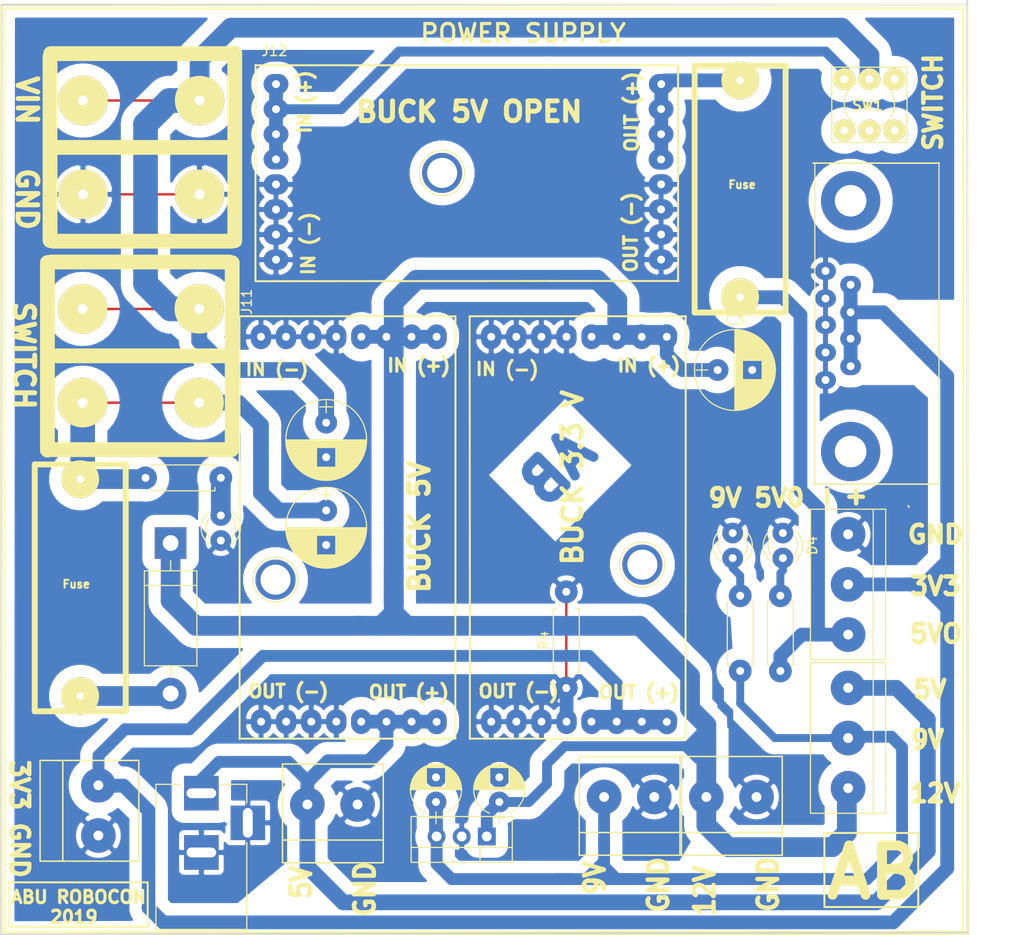
<source format=kicad_pcb>
(kicad_pcb (version 20171130) (host pcbnew "(5.0.2)-1")
  (layers (0 F.Cu signal) (31 B.Cu signal) (34 B.Paste user) (35 F.Paste user) (36 B.SilkS user) (37 F.SilkS user) (38 B.Mask user) (39 F.Mask user) (44 Edge.Cuts user))
  (net 0 "")
  (net 1 /closed)
  (net 2 GND)
  (net 3 /9v)
  (net 4 /open)
  (net 5 "Net-(C5-Pad1)")
  (net 6 "Net-(D1-Pad2)")
  (net 7 "Net-(D2-Pad2)")
  (net 8 "Net-(D3-Pad2)")
  (net 9 "Net-(D4-Pad2)")
  (net 10 /5vo)
  (net 11 "Net-(F2-Pad2)")
  (net 12 /5v)
  (net 13 /3v3)
  (net 14 "Net-(J12-Pad1)")
  (module modFiles:Connector_Bornier_3 (layer F.Cu) (at 152.4 97.409 90)
    (fp_text reference J2 hide)
    (fp_text value Conn_01x03)
    (pad 1 thru_hole circle (at 0 0 90) (size 3.5 3.5) (drill 1) (layers *.Cu *.Mask) (net 10 /5vo))
    (pad 2 thru_hole circle (at 5.08 0 90) (size 3.5 3.5) (drill 1) (layers *.Cu *.Mask) (net 13 /3v3))
    (pad 3 thru_hole circle (at 10.16 0 90) (size 3.5 3.5) (drill 1) (layers *.Cu *.Mask) (net 2 GND))
  )
  (module modFiles:Resistor_small (layer F.Cu) (at 123.87072 101.82352 90)
    (fp_text reference R4 (at 3.81 -2.31 90) (layer F.SilkS))
    (fp_text value R)
    (pad 1 thru_hole circle (at -1 0 90) (size 2.3 2.3) (drill 0.8) (layers *.Cu *.Mask) (net 2 GND))
    (pad 2 thru_hole circle (at 8.75 0 90) (size 2.3 2.3) (drill 0.8) (layers *.Cu *.Mask) (net 2 GND))
  )
  (module modFiles:Capacitor_10uF (layer F.Cu) (at 117.094 114.3635 90)
    (fp_text reference C1 hide)
    (fp_text value CP)
    (pad 1 thru_hole circle (at 0 0 90) (size 2.1 2.1) (drill 0.8) (layers *.Cu *.Mask) (net 1 /closed))
    (pad 2 thru_hole circle (at 2.5 0 90) (size 2.1 2.1) (drill 0.8) (layers *.Cu *.Mask) (net 2 GND))
  )
  (module modFiles:Capacitor_10uF (layer F.Cu) (at 110.6805 114.3635 90)
    (fp_text reference C2 hide)
    (fp_text value CP)
    (pad 1 thru_hole circle (at 0 0 90) (size 2.1 2.1) (drill 0.8) (layers *.Cu *.Mask) (net 3 /9v))
    (pad 2 thru_hole circle (at 2.5 0 90) (size 2.1 2.1) (drill 0.8) (layers *.Cu *.Mask) (net 2 GND))
  )
  (module modFiles:Capacitor_100uF (layer F.Cu) (at 99.568 75.946 270)
    (fp_text reference C4 hide)
    (fp_text value CP)
    (pad 1 thru_hole circle (at 0 0 270) (size 2.2 2.2) (drill 0.8) (layers *.Cu *.Mask) (net 4 /open))
    (pad 2 thru_hole circle (at 3.5 0 270) (size 2.2 2.2) (drill 0.8) (layers *.Cu *.Mask) (net 2 GND))
  )
  (module modFiles:Capacitor_100uF (layer F.Cu) (at 99.568 84.836 270)
    (fp_text reference C5 hide)
    (fp_text value CP)
    (pad 1 thru_hole circle (at 0 0 270) (size 2.2 2.2) (drill 0.8) (layers *.Cu *.Mask) (net 5 "Net-(C5-Pad1)"))
    (pad 2 thru_hole circle (at 3.5 0 270) (size 2.2 2.2) (drill 0.8) (layers *.Cu *.Mask) (net 2 GND))
  )
  (module modFiles:LED_D3.0mm (layer F.Cu) (at 140.716 87.122 270)
    (fp_text reference D1 hide)
    (fp_text value LED)
    (pad 1 thru_hole circle (at 0 0 270) (size 2.1 2.1) (drill 0.8) (layers *.Cu *.Mask) (net 2 GND))
    (pad 2 thru_hole circle (at 2.54 0 270) (size 2.1 2.1) (drill 0.8) (layers *.Cu *.Mask) (net 6 "Net-(D1-Pad2)"))
  )
  (module modFiles:LED_D3.0mm (layer F.Cu) (at 88.9 87.884 90)
    (fp_text reference D2 hide)
    (fp_text value LED)
    (pad 1 thru_hole circle (at 0 0 90) (size 2.1 2.1) (drill 0.8) (layers *.Cu *.Mask) (net 2 GND))
    (pad 2 thru_hole circle (at 2.54 0 90) (size 2.1 2.1) (drill 0.8) (layers *.Cu *.Mask) (net 7 "Net-(D2-Pad2)"))
  )
  (module modFiles:Diode_Medium (layer F.Cu) (at 83.82 88.138 270)
    (fp_text reference D3 hide)
    (fp_text value D)
    (pad 1 thru_hole rect (at 0 0 270) (size 3.2 3.2) (drill 1.6) (layers *.Cu *.Mask) (net 1 /closed))
    (pad 2 thru_hole oval (at 15.24 0 270) (size 3.2 3.2) (drill 1.6) (layers *.Cu *.Mask) (net 8 "Net-(D3-Pad2)"))
  )
  (module modFiles:LED_D3.0mm (layer F.Cu) (at 145.796 87.122 270)
    (fp_text reference D4 (at 1.27 -2.96 270) (layer F.SilkS))
    (fp_text value LED)
    (pad 1 thru_hole circle (at 0 0 270) (size 2.1 2.1) (drill 0.8) (layers *.Cu *.Mask) (net 2 GND))
    (pad 2 thru_hole circle (at 2.54 0 270) (size 2.1 2.1) (drill 0.8) (layers *.Cu *.Mask) (net 9 "Net-(D4-Pad2)"))
  )
  (module modFiles:Fuse_Holder (layer F.Cu) (at 74.168 92.456 270)
    (fp_text reference F1 hide)
    (fp_text value Fuse (at -0.154 -0.098) (layer F.SilkS) (effects (font (size 0.8 0.8) (thickness 0.2))))
    (pad 1 thru_hole circle (at 11.176 -0.508) (size 3.81 3.81) (drill 0.762) (layers *.Cu *.Mask F.SilkS) (net 8 "Net-(D3-Pad2)"))
    (pad 2 thru_hole circle (at -10.795 -0.508) (size 3.81 3.81) (drill 0.762) (layers *.Cu *.Mask F.SilkS) (net 5 "Net-(C5-Pad1)"))
  )
  (module modFiles:Fuse_Holder (layer F.Cu) (at 140.97 52.07 270)
    (fp_text reference F2 hide)
    (fp_text value Fuse (at -0.23368 -0.69596) (layer F.SilkS) (effects (font (size 0.8 0.8) (thickness 0.2))))
    (pad 1 thru_hole circle (at 11.176 -0.508) (size 3.81 3.81) (drill 0.762) (layers *.Cu *.Mask F.SilkS) (net 10 /5vo))
    (pad 2 thru_hole circle (at -10.795 -0.508) (size 3.81 3.81) (drill 0.762) (layers *.Cu *.Mask F.SilkS) (net 11 "Net-(F2-Pad2)"))
  )
  (module modFiles:Connector_Bornier_3 (layer F.Cu) (at 152.4 112.9665 90)
    (fp_text reference J1 hide)
    (fp_text value Conn_01x03)
    (pad 1 thru_hole circle (at 0 0 90) (size 3.5 3.5) (drill 1) (layers *.Cu *.Mask) (net 1 /closed))
    (pad 2 thru_hole circle (at 5.08 0 90) (size 3.5 3.5) (drill 1) (layers *.Cu *.Mask) (net 3 /9v))
    (pad 3 thru_hole circle (at 10.16 0 90) (size 3.5 3.5) (drill 1) (layers *.Cu *.Mask) (net 12 /5v))
  )
  (module modFiles:Buck_Regulator (layer F.Cu) (at 134.0485 67.2465 270)
    (fp_text reference J3 hide)
    (fp_text value Conn_02x02_Odd_Even hide)
    (fp_text user "OUT (-)" (at 35.9 15) (layer F.SilkS) (effects (font (size 1.3 1.3) (thickness 0.325))))
    (fp_text user "OUT (+)" (at 36 2.8) (layer F.SilkS) (effects (font (size 1.3 1.3) (thickness 0.325))))
    (fp_text user "IN (-)" (at 3.275 16.15) (layer F.SilkS) (effects (font (size 1.3 1.3) (thickness 0.3))))
    (fp_text user "IN (+)" (at 2.9 1.8) (layer F.SilkS) (effects (font (size 1.3 1.3) (thickness 0.325))))
    (pad 4 thru_hole oval (at 38.98 7.63 270) (size 2.5 2.05) (drill 0.8) (layers *.Cu *.Mask) (net 13 /3v3))
    (pad 1 thru_hole oval (at 0 0 270) (size 2.5 2.05) (drill 0.8) (layers *.Cu *.Mask) (net 1 /closed))
    (pad 1 thru_hole oval (at 0 2.54 270) (size 2.5 2.05) (drill 0.8) (layers *.Cu *.Mask) (net 1 /closed))
    (pad 1 thru_hole oval (at 0 5.08 270) (size 2.5 2.05) (drill 0.8) (layers *.Cu *.Mask) (net 1 /closed))
    (pad 1 thru_hole oval (at 0 7.62 270) (size 2.5 2.05) (drill 0.8) (layers *.Cu *.Mask) (net 1 /closed))
    (pad 2 thru_hole oval (at 0 10.16 270) (size 2.5 2.05) (drill 0.8) (layers *.Cu *.Mask) (net 2 GND))
    (pad 2 thru_hole oval (at 0 12.7 270) (size 2.5 2.05) (drill 0.8) (layers *.Cu *.Mask) (net 2 GND))
    (pad 2 thru_hole oval (at 0 15.24 270) (size 2.5 2.05) (drill 0.8) (layers *.Cu *.Mask) (net 2 GND))
    (pad 2 thru_hole oval (at 0 17.78 270) (size 2.5 2.05) (drill 0.8) (layers *.Cu *.Mask) (net 2 GND))
    (pad 4 thru_hole oval (at 39 0 270) (size 2.5 2.05) (drill 0.8) (layers *.Cu *.Mask) (net 13 /3v3))
    (pad 4 thru_hole oval (at 38.98 2.53 270) (size 2.5 2.05) (drill 0.8) (layers *.Cu *.Mask) (net 13 /3v3))
    (pad 4 thru_hole oval (at 38.98 5.07 270) (size 2.5 2.05) (drill 0.8) (layers *.Cu *.Mask) (net 13 /3v3))
    (pad 3 thru_hole oval (at 38.98 10.15 270) (size 2.5 2.05) (drill 0.8) (layers *.Cu *.Mask) (net 2 GND))
    (pad 3 thru_hole oval (at 38.98 12.69 270) (size 2.5 2.05) (drill 0.8) (layers *.Cu *.Mask) (net 2 GND))
    (pad 3 thru_hole oval (at 38.98 15.23 270) (size 2.5 2.05) (drill 0.8) (layers *.Cu *.Mask) (net 2 GND))
    (pad 3 thru_hole oval (at 38.98 17.77 270) (size 2.5 2.05) (drill 0.8) (layers *.Cu *.Mask) (net 2 GND))
  )
  (module modFiles:Connector_Bornier_2 (layer F.Cu) (at 132.7785 113.8555 180)
    (fp_text reference J4 hide)
    (fp_text value Conn_01x02)
    (pad 1 thru_hole circle (at 0 0 180) (size 3.5 3.5) (drill 1) (layers *.Cu *.Mask) (net 2 GND))
    (pad 2 thru_hole circle (at 5.08 0 180) (size 3.5 3.5) (drill 1) (layers *.Cu *.Mask) (net 3 /9v))
  )
  (module modFiles:Connector_Bornier_2 (layer F.Cu) (at 102.743 114.6175 180)
    (fp_text reference J5 hide)
    (fp_text value Conn_01x02)
    (pad 1 thru_hole circle (at 0 0 180) (size 3.5 3.5) (drill 1) (layers *.Cu *.Mask) (net 2 GND))
    (pad 2 thru_hole circle (at 5.08 0 180) (size 3.5 3.5) (drill 1) (layers *.Cu *.Mask) (net 12 /5v))
  )
  (module modFiles:Connector_Bornier_2 (layer F.Cu) (at 143.129 113.8555 180)
    (fp_text reference J6 hide)
    (fp_text value Conn_01x02)
    (pad 1 thru_hole circle (at 0 0 180) (size 3.5 3.5) (drill 1) (layers *.Cu *.Mask) (net 2 GND))
    (pad 2 thru_hole circle (at 5.08 0 180) (size 3.5 3.5) (drill 1) (layers *.Cu *.Mask) (net 1 /closed))
  )
  (module modFiles:Buck_Regulator (layer F.Cu) (at 110.744 67.2465 270)
    (fp_text reference J7 hide)
    (fp_text value Conn_02x02_Odd_Even hide)
    (fp_text user "OUT (-)" (at 35.9 15) (layer F.SilkS) (effects (font (size 1.3 1.3) (thickness 0.325))))
    (fp_text user "OUT (+)" (at 36 2.8) (layer F.SilkS) (effects (font (size 1.3 1.3) (thickness 0.325))))
    (fp_text user "IN (-)" (at 3.275 16.15) (layer F.SilkS) (effects (font (size 1.3 1.3) (thickness 0.3))))
    (fp_text user "IN (+)" (at 2.9 1.8) (layer F.SilkS) (effects (font (size 1.3 1.3) (thickness 0.325))))
    (pad 4 thru_hole oval (at 38.98 7.63 270) (size 2.5 2.05) (drill 0.8) (layers *.Cu *.Mask) (net 12 /5v))
    (pad 1 thru_hole oval (at 0 0 270) (size 2.5 2.05) (drill 0.8) (layers *.Cu *.Mask) (net 1 /closed))
    (pad 1 thru_hole oval (at 0 2.54 270) (size 2.5 2.05) (drill 0.8) (layers *.Cu *.Mask) (net 1 /closed))
    (pad 1 thru_hole oval (at 0 5.08 270) (size 2.5 2.05) (drill 0.8) (layers *.Cu *.Mask) (net 1 /closed))
    (pad 1 thru_hole oval (at 0 7.62 270) (size 2.5 2.05) (drill 0.8) (layers *.Cu *.Mask) (net 1 /closed))
    (pad 2 thru_hole oval (at 0 10.16 270) (size 2.5 2.05) (drill 0.8) (layers *.Cu *.Mask) (net 2 GND))
    (pad 2 thru_hole oval (at 0 12.7 270) (size 2.5 2.05) (drill 0.8) (layers *.Cu *.Mask) (net 2 GND))
    (pad 2 thru_hole oval (at 0 15.24 270) (size 2.5 2.05) (drill 0.8) (layers *.Cu *.Mask) (net 2 GND))
    (pad 2 thru_hole oval (at 0 17.78 270) (size 2.5 2.05) (drill 0.8) (layers *.Cu *.Mask) (net 2 GND))
    (pad 4 thru_hole oval (at 39 0 270) (size 2.5 2.05) (drill 0.8) (layers *.Cu *.Mask) (net 12 /5v))
    (pad 4 thru_hole oval (at 38.98 2.53 270) (size 2.5 2.05) (drill 0.8) (layers *.Cu *.Mask) (net 12 /5v))
    (pad 4 thru_hole oval (at 38.98 5.07 270) (size 2.5 2.05) (drill 0.8) (layers *.Cu *.Mask) (net 12 /5v))
    (pad 3 thru_hole oval (at 38.98 10.15 270) (size 2.5 2.05) (drill 0.8) (layers *.Cu *.Mask) (net 2 GND))
    (pad 3 thru_hole oval (at 38.98 12.69 270) (size 2.5 2.05) (drill 0.8) (layers *.Cu *.Mask) (net 2 GND))
    (pad 3 thru_hole oval (at 38.98 15.23 270) (size 2.5 2.05) (drill 0.8) (layers *.Cu *.Mask) (net 2 GND))
    (pad 3 thru_hole oval (at 38.98 17.77 270) (size 2.5 2.05) (drill 0.8) (layers *.Cu *.Mask) (net 2 GND))
  )
  (module modFiles:Connector_Bornier_2 (layer F.Cu) (at 76.5048 117.7544 90)
    (fp_text reference J8 hide)
    (fp_text value Conn_01x02)
    (pad 1 thru_hole circle (at 0 0 90) (size 3.5 3.5) (drill 1) (layers *.Cu *.Mask) (net 2 GND))
    (pad 2 thru_hole circle (at 5.08 0 90) (size 3.5 3.5) (drill 1) (layers *.Cu *.Mask) (net 13 /3v3))
  )
  (module modFiles:Connector_DB_9 (layer F.Cu) (at 150.114 60.579 270)
    (fp_text reference J9 hide)
    (fp_text value DB9_Female)
    (pad 0 thru_hole circle (at 18.29 -2.54 270) (size 6 6) (drill 3.2) (layers *.Cu *.Mask))
    (pad 0 thru_hole circle (at -7.11 -2.54 270) (size 6 6) (drill 3.2) (layers *.Cu *.Mask))
    (pad 1 thru_hole oval (at 0 0 270) (size 1.8 2.1) (drill 0.8) (layers *.Cu *.Mask) (net 2 GND))
    (pad 2 thru_hole oval (at 2.79 0 270) (size 1.8 2.1) (drill 0.8) (layers *.Cu *.Mask) (net 2 GND))
    (pad 3 thru_hole oval (at 5.46 0 270) (size 1.8 2.1) (drill 0.8) (layers *.Cu *.Mask) (net 2 GND))
    (pad 4 thru_hole oval (at 8.26 0 270) (size 1.8 2.1) (drill 0.8) (layers *.Cu *.Mask) (net 2 GND))
    (pad 5 thru_hole oval (at 11.05 0 270) (size 1.8 2.1) (drill 0.8) (layers *.Cu *.Mask) (net 2 GND))
    (pad 6 thru_hole oval (at 1.4 -2.54 270) (size 1.8 2.1) (drill 0.8) (layers *.Cu *.Mask) (net 13 /3v3))
    (pad 7 thru_hole oval (at 4.19 -2.54 270) (size 1.8 2.1) (drill 0.8) (layers *.Cu *.Mask) (net 13 /3v3))
    (pad 8 thru_hole oval (at 6.86 -2.54 270) (size 1.8 2.1) (drill 0.8) (layers *.Cu *.Mask) (net 13 /3v3))
    (pad 9 thru_hole oval (at 9.65 -2.54 270) (size 1.8 2.1) (drill 0.8) (layers *.Cu *.Mask) (net 13 /3v3))
  )
  (module modFiles:Solar_Connector (layer F.Cu) (at 80.37576 48.19396 90)
    (fp_text reference J10 hide)
    (fp_text value Conn_01x02 hide)
    (pad 1 thru_hole oval (at -4.6226 -5.4264 180) (size 5 5) (drill 1) (layers *.Cu *.Mask F.SilkS) (net 2 GND))
    (pad 2 thru_hole oval (at 4.8774 -5.4264 180) (size 5 5) (drill 1) (layers *.Cu *.Mask F.SilkS) (net 4 /open))
    (pad 1 thru_hole oval (at -4.6226 6.3736 180) (size 5 5) (drill 1) (layers *.Cu *.Mask F.SilkS) (net 2 GND))
    (pad 2 thru_hole oval (at 4.8774 6.3736 180) (size 5 5) (drill 1) (layers *.Cu *.Mask F.SilkS) (net 4 /open))
  )
  (module modFiles:Solar_Connector (layer F.Cu) (at 81.28762 69.04736 270)
    (fp_text reference J11 (at -5.334 -10.2362 270) (layer F.SilkS))
    (fp_text value Conn_01x02 hide)
    (pad 1 thru_hole oval (at -4.6226 -5.4264) (size 5 5) (drill 1) (layers *.Cu *.Mask F.SilkS) (net 4 /open))
    (pad 2 thru_hole oval (at 4.8774 -5.4264) (size 5 5) (drill 1) (layers *.Cu *.Mask F.SilkS) (net 5 "Net-(C5-Pad1)"))
    (pad 1 thru_hole oval (at -4.6226 6.3736) (size 5 5) (drill 1) (layers *.Cu *.Mask F.SilkS) (net 4 /open))
    (pad 2 thru_hole oval (at 4.8774 6.3736) (size 5 5) (drill 1) (layers *.Cu *.Mask F.SilkS) (net 5 "Net-(C5-Pad1)"))
  )
  (module modFiles:Resistor_small (layer F.Cu) (at 141.478 93.472 270)
    (fp_text reference R1 hide)
    (fp_text value R)
    (pad 1 thru_hole circle (at 0 0 270) (size 2.3 2.3) (drill 0.8) (layers *.Cu *.Mask) (net 6 "Net-(D1-Pad2)"))
    (pad 2 thru_hole circle (at 7.62 0 270) (size 2.3 2.3) (drill 0.8) (layers *.Cu *.Mask) (net 3 /9v))
  )
  (module modFiles:Resistor_small (layer F.Cu) (at 88.9 81.534 180)
    (fp_text reference R2 hide)
    (fp_text value R)
    (pad 1 thru_hole circle (at 0 0 180) (size 2.3 2.3) (drill 0.8) (layers *.Cu *.Mask) (net 7 "Net-(D2-Pad2)"))
    (pad 2 thru_hole circle (at 7.62 0 180) (size 2.3 2.3) (drill 0.8) (layers *.Cu *.Mask) (net 5 "Net-(C5-Pad1)"))
  )
  (module modFiles:Resistor_small (layer F.Cu) (at 145.542 93.472 270)
    (fp_text reference R3 hide)
    (fp_text value R)
    (pad 1 thru_hole circle (at 0 0 270) (size 2.3 2.3) (drill 0.8) (layers *.Cu *.Mask) (net 9 "Net-(D4-Pad2)"))
    (pad 2 thru_hole circle (at 7.62 0 270) (size 2.3 2.3) (drill 0.8) (layers *.Cu *.Mask) (net 10 /5vo))
  )
  (module modFiles:DIP_Switch (layer F.Cu) (at 154.559 43.815 180)
    (fp_text reference SW1 (at 0.1905 0 180) (layer F.SilkS) (effects (font (size 1.016 1.016) (thickness 0.2032))))
    (fp_text value SW_DIP_x01 hide)
    (pad "" thru_hole circle (at 2.54 -2.54 180) (size 2.2 2.2) (drill 0.8) (layers *.Cu *.Mask F.SilkS))
    (pad 2 thru_hole circle (at 2.54 2.667 180) (size 2.2 2.2) (drill 0.8) (layers *.Cu *.Mask F.SilkS) (net 14 "Net-(J12-Pad1)"))
    (pad "" thru_hole circle (at -2.54 -2.54 180) (size 2.2 2.2) (drill 0.8) (layers *.Cu *.Mask F.SilkS))
    (pad "" thru_hole circle (at -2.54 2.667 180) (size 2.2 2.2) (drill 0.8) (layers *.Cu *.Mask F.SilkS))
    (pad "" thru_hole circle (at 0 -2.54 180) (size 2.2 2.2) (drill 0.8) (layers *.Cu *.Mask F.SilkS))
    (pad 1 thru_hole circle (at 0 2.667 180) (size 2.2 2.2) (drill 0.8) (layers *.Cu *.Mask F.SilkS) (net 4 /open))
  )
  (module TO_SOT_Packages_THT:TO-220_Vertical (layer F.Cu) (at 115.824 117.856 180)
    (fp_text reference U1 hide)
    (fp_text value LM7809_TO220)
    (pad 1 thru_hole rect (at 0 0 180) (size 1.8 1.8) (drill 1) (layers *.Cu *.Mask) (net 1 /closed))
    (pad 2 thru_hole oval (at 2.54 0 180) (size 1.8 1.8) (drill 1) (layers *.Cu *.Mask) (net 2 GND))
    (pad 3 thru_hole oval (at 5.08 0 180) (size 1.8 1.8) (drill 1) (layers *.Cu *.Mask) (net 3 /9v))
  )
  (module Connectors:BARREL_JACK (layer F.Cu) (at 86.9315 113.4745 90)
    (fp_text reference J13 hide)
    (fp_text value Conn_01x02)
    (pad 2 thru_hole rect (at 0 0 90) (size 3.5 3.5) (drill oval 1 3) (layers *.Cu *.Mask) (net 12 /5v))
    (pad 1 thru_hole rect (at -6 0 90) (size 3.5 3.5) (drill oval 1 3) (layers *.Cu *.Mask) (net 2 GND))
    (pad 1 thru_hole rect (at -3 4.7 90) (size 3.5 3.5) (drill oval 3 1) (layers *.Cu *.Mask) (net 2 GND))
  )
  (module Connectors:1pin (layer F.Cu) (at 111.3028 50.6476)
    (fp_text reference J14 hide)
    (fp_text value Conn_01x01_Female)
    (pad 1 thru_hole circle (at 0 0) (size 4.064 4.064) (drill 3.048) (layers *.Cu *.Mask))
  )
  (module Connectors:1pin (layer F.Cu) (at 131.572 90.3224)
    (fp_text reference J15 hide)
    (fp_text value Conn_01x01_Female)
    (pad 1 thru_hole circle (at 0 0) (size 4.064 4.064) (drill 3.048) (layers *.Cu *.Mask))
  )
  (module Connectors:1pin (layer F.Cu) (at 94.4372 91.8464)
    (fp_text reference J16 hide)
    (fp_text value Conn_01x01_Female)
    (pad 1 thru_hole circle (at 0 0) (size 4.064 4.064) (drill 3.048) (layers *.Cu *.Mask))
  )
  (module modFiles:Buck_Regulator (layer F.Cu) (at 94.488 41.656)
    (fp_text reference J12 (at -0.14 -3.35) (layer F.SilkS))
    (fp_text value Conn_02x02_Odd_Even)
    (fp_text user "OUT (-)" (at 35.9 15 90) (layer F.SilkS) (effects (font (size 1.3 1.3) (thickness 0.325))))
    (fp_text user "OUT (+)" (at 36 2.8 90) (layer F.SilkS) (effects (font (size 1.3 1.3) (thickness 0.325))))
    (fp_text user "IN (-)" (at 3.275 16.15 90) (layer F.SilkS) (effects (font (size 1.3 1.3) (thickness 0.3))))
    (fp_text user "IN (+)" (at 2.9 1.8 90) (layer F.SilkS) (effects (font (size 1.3 1.3) (thickness 0.325))))
    (pad 4 thru_hole oval (at 38.98 7.63) (size 2.5 2.05) (drill 0.8) (layers *.Cu *.Mask) (net 11 "Net-(F2-Pad2)"))
    (pad 1 thru_hole oval (at 0 0) (size 2.5 2.05) (drill 0.8) (layers *.Cu *.Mask) (net 14 "Net-(J12-Pad1)"))
    (pad 1 thru_hole oval (at 0 2.54) (size 2.5 2.05) (drill 0.8) (layers *.Cu *.Mask) (net 14 "Net-(J12-Pad1)"))
    (pad 1 thru_hole oval (at 0 5.08) (size 2.5 2.05) (drill 0.8) (layers *.Cu *.Mask) (net 14 "Net-(J12-Pad1)"))
    (pad 1 thru_hole oval (at 0 7.62) (size 2.5 2.05) (drill 0.8) (layers *.Cu *.Mask) (net 14 "Net-(J12-Pad1)"))
    (pad 2 thru_hole oval (at 0 10.16) (size 2.5 2.05) (drill 0.8) (layers *.Cu *.Mask) (net 2 GND))
    (pad 2 thru_hole oval (at 0 12.7) (size 2.5 2.05) (drill 0.8) (layers *.Cu *.Mask) (net 2 GND))
    (pad 2 thru_hole oval (at 0 15.24) (size 2.5 2.05) (drill 0.8) (layers *.Cu *.Mask) (net 2 GND))
    (pad 2 thru_hole oval (at 0 17.78) (size 2.5 2.05) (drill 0.8) (layers *.Cu *.Mask) (net 2 GND))
    (pad 4 thru_hole oval (at 39 0) (size 2.5 2.05) (drill 0.8) (layers *.Cu *.Mask) (net 11 "Net-(F2-Pad2)"))
    (pad 4 thru_hole oval (at 38.98 2.53) (size 2.5 2.05) (drill 0.8) (layers *.Cu *.Mask) (net 11 "Net-(F2-Pad2)"))
    (pad 4 thru_hole oval (at 38.98 5.07) (size 2.5 2.05) (drill 0.8) (layers *.Cu *.Mask) (net 11 "Net-(F2-Pad2)"))
    (pad 3 thru_hole oval (at 38.98 10.15) (size 2.5 2.05) (drill 0.8) (layers *.Cu *.Mask) (net 2 GND))
    (pad 3 thru_hole oval (at 38.98 12.69) (size 2.5 2.05) (drill 0.8) (layers *.Cu *.Mask) (net 2 GND))
    (pad 3 thru_hole oval (at 38.98 15.23) (size 2.5 2.05) (drill 0.8) (layers *.Cu *.Mask) (net 2 GND))
    (pad 3 thru_hole oval (at 38.98 17.77) (size 2.5 2.05) (drill 0.8) (layers *.Cu *.Mask) (net 2 GND))
  )
  (module modFiles:Capacitor_100uF (layer F.Cu) (at 139.192 70.612)
    (fp_text reference C3 (at 1.75 -5.06) (layer F.SilkS))
    (fp_text value CP)
    (pad 1 thru_hole circle (at 0 0) (size 2.2 2.2) (drill 0.8) (layers *.Cu *.Mask) (net 1 /closed))
    (pad 2 thru_hole circle (at 3.5 0) (size 2.2 2.2) (drill 0.8) (layers *.Cu *.Mask) (net 2 GND))
  )
  (gr_text "9V 5V0\n" (at 143.12 83.56) (layer F.SilkS) (effects (font (size 1.8 1.8) (thickness 0.45))))
  (gr_line (start 158.496 84.3788) (end 158.5468 84.4804) (angle 90) (layer F.SilkS) (width 0.2))
  (gr_text AB (at 123 80.5 45) (layer B.Cu) (effects (font (size 4 4) (thickness 1)) (justify mirror)))
  (gr_text SWITCH (at 161 43.5 90) (layer F.SilkS) (effects (font (size 1.8 1.8) (thickness 0.45))))
  (gr_text "BUCK 5V" (at 109 86.5 90) (layer F.SilkS) (effects (font (size 2 2) (thickness 0.5))))
  (gr_text "BUCK 3.3 V" (at 124.5 81.5 90) (layer F.SilkS) (effects (font (size 2 2) (thickness 0.45))))
  (gr_text "BUCK 5V OPEN" (at 114.046 44.45) (layer F.SilkS) (effects (font (size 2 2) (thickness 0.5))))
  (gr_text "POWER SUPPLY" (at 119.5 36.5) (layer F.SilkS) (effects (font (size 1.8 1.8) (thickness 0.325))))
  (gr_line (start 159.5 117.5) (end 150 117.5) (angle 90) (layer F.SilkS) (width 0.2))
  (gr_line (start 159.5 125) (end 159.5 117.5) (angle 90) (layer F.SilkS) (width 0.2))
  (gr_line (start 150 125) (end 159.5 125) (angle 90) (layer F.SilkS) (width 0.2))
  (gr_line (start 150 117.5) (end 150 125) (angle 90) (layer F.SilkS) (width 0.2))
  (gr_text AB (at 155 121.5) (layer F.SilkS) (effects (font (size 5 5) (thickness 1))))
  (gr_line (start 67.5 127) (end 67.5 122.5) (angle 90) (layer F.SilkS) (width 0.2))
  (gr_line (start 81.5 127) (end 67.5 127) (angle 90) (layer F.SilkS) (width 0.2))
  (gr_line (start 81.5 122.5) (end 81.5 127) (angle 90) (layer F.SilkS) (width 0.2))
  (gr_line (start 67.5 122.5) (end 81.5 122.5) (angle 90) (layer F.SilkS) (width 0.2))
  (gr_text "ABU ROBOCON\n2019 " (at 74.5 125) (layer F.SilkS) (effects (font (size 1.25 1.25) (thickness 0.3125))))
  (gr_line (start 67 34) (end 67 127.5) (angle 90) (layer F.SilkS) (width 0.2))
  (gr_line (start 164 34) (end 67 34) (angle 90) (layer F.SilkS) (width 0.2))
  (gr_line (start 164 127.5) (end 164 34) (angle 90) (layer F.SilkS) (width 0.2))
  (gr_line (start 67 127.5) (end 164 127.5) (angle 90) (layer F.SilkS) (width 0.2))
  (gr_line (start 66.675 33.655) (end 66.675 127.762) (angle 90) (layer F.SilkS) (width 0.2))
  (gr_line (start 164.465 33.5915) (end 66.675 33.655) (angle 90) (layer F.SilkS) (width 0.2))
  (gr_line (start 164.5285 127.762) (end 164.5285 127.5715) (angle 90) (layer F.SilkS) (width 0.2))
  (gr_line (start 164.465 33.5915) (end 164.5285 127.762) (angle 90) (layer F.SilkS) (width 0.2))
  (gr_line (start 66.675 127.762) (end 164.5285 127.762) (angle 90) (layer F.SilkS) (width 0.2))
  (gr_text "-\n+\n" (at 151.638 83.439 90) (layer F.SilkS) (effects (font (size 1.8 1.8) (thickness 0.45))))
  (gr_text 12V (at 161.1884 113.4872) (layer F.SilkS) (effects (font (size 1.8 1.8) (thickness 0.45))))
  (gr_text 9V (at 160.4264 108.0516) (layer F.SilkS) (effects (font (size 1.8 1.8) (thickness 0.45))))
  (gr_text 5V (at 160.6804 102.9716) (layer F.SilkS) (effects (font (size 1.8 1.8) (thickness 0.45))))
  (gr_text 5VO (at 161.29 97.3328) (layer F.SilkS) (effects (font (size 1.8 1.8) (thickness 0.45))))
  (gr_text 3V3 (at 161.2392 92.5068) (layer F.SilkS) (effects (font (size 1.8 1.8) (thickness 0.45))))
  (gr_text GND (at 161.2392 87.2744) (layer F.SilkS) (effects (font (size 1.8 1.8) (thickness 0.45))))
  (gr_text "12V \n\nGND" (at 141.097 122.682 90) (layer F.SilkS) (effects (font (size 2 1.8) (thickness 0.45))))
  (gr_text "  9V \n\nGND" (at 129.9845 122.7455 90) (layer F.SilkS) (effects (font (size 2 1.8) (thickness 0.45))))
  (gr_text " 5V\n\nGND" (at 100.2665 123.19 90) (layer F.SilkS) (effects (font (size 2 1.8) (thickness 0.45))))
  (gr_text "3V3 GND" (at 68.5165 116.078 270) (layer F.SilkS) (effects (font (size 1.8 1.8) (thickness 0.45))))
  (gr_text SWITCH (at 68.961 69.1515 270) (layer F.SilkS) (effects (font (size 2 2) (thickness 0.5))))
  (gr_text "VIN   GND" (at 69.2785 48.641 270) (layer F.SilkS) (effects (font (size 2 2) (thickness 0.5))))
  (gr_line (start 66.7385 33.5915) (end 164.465 33.5915) (angle 90) (layer Edge.Cuts) (width 0.15))
  (gr_line (start 66.675 127.762) (end 66.7385 33.5915) (angle 90) (layer Edge.Cuts) (width 0.15))
  (gr_line (start 164.465 127.5715) (end 66.675 127.762) (angle 90) (layer Edge.Cuts) (width 0.15))
  (gr_line (start 164.465 33.2105) (end 164.465 127.5715) (angle 90) (layer Edge.Cuts) (width 0.15))
  (segment (start 90.678 96.52) (end 102.87 96.52) (width 2) (layer B.Cu) (net 1))
  (segment (start 102.87 96.52) (end 103.124 96.52) (width 2) (layer B.Cu) (net 1))
  (segment (start 83.82 93.98) (end 83.82 88.138) (width 2) (layer B.Cu) (net 1))
  (segment (start 83.82 93.98) (end 86.36 96.52) (width 2) (layer B.Cu) (net 1))
  (segment (start 86.36 96.52) (end 90.678 96.52) (width 2) (layer B.Cu) (net 1))
  (segment (start 131.318 96.52) (end 132.334 97.536) (width 2) (layer B.Cu) (net 1))
  (segment (start 132.334 97.536) (end 136.398 101.6) (width 2) (layer B.Cu) (net 1))
  (segment (start 136.398 104.902) (end 138.049 106.553) (width 2) (layer B.Cu) (net 1))
  (segment (start 138.049 106.553) (end 138.049 107.696) (width 2) (layer B.Cu) (net 1))
  (segment (start 136.398 101.6) (end 136.398 104.902) (width 2) (layer B.Cu) (net 1))
  (segment (start 138.049 107.696) (end 138.049 109.22) (width 2) (layer B.Cu) (net 1))
  (segment (start 138.049 109.22) (end 138.049 109.982) (width 2) (layer B.Cu) (net 1))
  (segment (start 138.049 109.982) (end 138.049 113.8555) (width 2) (layer B.Cu) (net 1))
  (segment (start 106.40568 93.23832) (end 106.40568 94.21368) (width 2) (layer B.Cu) (net 1))
  (segment (start 106.40568 94.21368) (end 106.40568 92.94368) (width 2) (layer B.Cu) (net 1))
  (segment (start 106.40568 92.94368) (end 106.40568 90.8685) (width 2) (layer B.Cu) (net 1))
  (segment (start 106.40568 82.55) (end 106.40568 66.98742) (width 2) (layer B.Cu) (net 1))
  (segment (start 106.40568 85.344) (end 106.40568 82.55) (width 2) (layer B.Cu) (net 1))
  (segment (start 106.40568 86.106) (end 106.40568 85.344) (width 2) (layer B.Cu) (net 1))
  (segment (start 106.40568 87.65032) (end 106.40568 86.106) (width 2) (layer B.Cu) (net 1))
  (segment (start 106.40568 88.9635) (end 106.40568 87.65032) (width 2) (layer B.Cu) (net 1))
  (segment (start 106.40568 90.6145) (end 106.40568 88.9635) (width 2) (layer B.Cu) (net 1))
  (segment (start 106.40568 90.8685) (end 106.40568 90.6145) (width 2) (layer B.Cu) (net 1))
  (segment (start 106.40568 66.98742) (end 106.40568 63.77432) (width 2) (layer B.Cu) (net 1))
  (segment (start 129.032 63.5) (end 129.032 67.31) (width 2) (layer B.Cu) (net 1))
  (segment (start 127 61.468) (end 129.032 63.5) (width 2) (layer B.Cu) (net 1))
  (segment (start 108.712 61.468) (end 127 61.468) (width 2) (layer B.Cu) (net 1))
  (segment (start 106.40568 63.77432) (end 108.712 61.468) (width 2) (layer B.Cu) (net 1))
  (segment (start 126.492 67.056) (end 134.112 67.056) (width 2) (layer B.Cu) (net 1))
  (segment (start 138.049 113.8555) (end 138.049 116.713) (width 2) (layer B.Cu) (net 1))
  (segment (start 138.049 116.713) (end 140.2715 118.9355) (width 2) (layer B.Cu) (net 1))
  (segment (start 140.2715 118.9355) (end 150.8125 118.9355) (width 2) (layer B.Cu) (net 1))
  (segment (start 150.8125 118.9355) (end 152.273 117.475) (width 2) (layer B.Cu) (net 1))
  (segment (start 152.273 117.475) (end 152.273 112.8395) (width 2) (layer B.Cu) (net 1))
  (segment (start 115.824 117.856) (end 115.824 115.6335) (width 1.2) (layer B.Cu) (net 1))
  (segment (start 115.824 115.6335) (end 117.094 114.3635) (width 1.2) (layer B.Cu) (net 1))
  (segment (start 103.124 67.2465) (end 110.744 67.2465) (width 1.4) (layer B.Cu) (net 1))
  (segment (start 134.0485 67.2465) (end 134.0485 69.0245) (width 1.4) (layer B.Cu) (net 1))
  (segment (start 135.636 70.612) (end 139.192 70.612) (width 1.4) (layer B.Cu) (net 1))
  (segment (start 134.0485 69.0245) (end 135.636 70.612) (width 1.4) (layer B.Cu) (net 1))
  (segment (start 106.40568 90.8685) (end 106.40568 94.25432) (width 2) (layer B.Cu) (net 1))
  (segment (start 106.40568 94.25432) (end 106.40568 96.52) (width 2) (layer B.Cu) (net 1))
  (segment (start 102.87 96.52) (end 104.648 96.52) (width 2) (layer B.Cu) (net 1))
  (segment (start 104.648 96.52) (end 107.95 96.52) (width 2) (layer B.Cu) (net 1))
  (segment (start 107.95 96.52) (end 131.318 96.52) (width 2) (layer B.Cu) (net 1))
  (segment (start 131.318 96.52) (end 131.826 97.028) (width 2) (layer B.Cu) (net 1))
  (segment (start 104.648 96.52) (end 104.648 96.012) (width 0.6) (layer B.Cu) (net 1))
  (segment (start 104.648 96.012) (end 106.40568 94.25432) (width 0.6) (layer B.Cu) (net 1))
  (segment (start 107.95 96.52) (end 107.95 95.758) (width 0.6) (layer B.Cu) (net 1))
  (segment (start 107.95 95.758) (end 106.40568 94.21368) (width 0.6) (layer B.Cu) (net 1))
  (segment (start 117.094 114.3635) (end 120.0785 114.3635) (width 1) (layer B.Cu) (net 1))
  (segment (start 120.0785 114.3635) (end 121.92 112.522) (width 1) (layer B.Cu) (net 1))
  (segment (start 121.92 112.522) (end 121.92 110.49) (width 1) (layer B.Cu) (net 1))
  (segment (start 121.92 110.49) (end 123.698 108.712) (width 1) (layer B.Cu) (net 1))
  (segment (start 123.698 108.712) (end 135.89 108.712) (width 1) (layer B.Cu) (net 1))
  (segment (start 135.89 108.712) (end 136.144 108.712) (width 1) (layer B.Cu) (net 1))
  (segment (start 136.144 108.712) (end 136.906 108.712) (width 1) (layer B.Cu) (net 1))
  (segment (start 136.144 108.712) (end 138.049 106.807) (width 1) (layer B.Cu) (net 1))
  (segment (start 137.16 107.696) (end 138.049 107.696) (width 1) (layer B.Cu) (net 1))
  (segment (start 138.049 106.807) (end 137.16 107.696) (width 1) (layer B.Cu) (net 1))
  (segment (start 136.144 108.712) (end 136.779 108.712) (width 1) (layer B.Cu) (net 1))
  (segment (start 136.779 108.712) (end 138.049 109.982) (width 1) (layer B.Cu) (net 1))
  (segment (start 138.049 109.982) (end 137.16 109.982) (width 1) (layer B.Cu) (net 1))
  (segment (start 137.16 109.982) (end 135.89 108.712) (width 1) (layer B.Cu) (net 1))
  (segment (start 86.74936 52.81656) (end 74.94936 52.81656) (width 0.25) (layer F.Cu) (net 2))
  (segment (start 123.8985 106.2265) (end 123.8985 102.987) (width 1.4) (layer B.Cu) (net 2))
  (segment (start 123.8985 102.987) (end 124.0155 102.87) (width 1.4) (layer B.Cu) (net 2))
  (segment (start 123.87072 101.82352) (end 123.87072 94.20352) (width 0.25) (layer F.Cu) (net 2))
  (segment (start 140.462 106.68) (end 140.462 106.172) (width 0.6) (layer B.Cu) (net 2))
  (segment (start 140.462 106.172) (end 140.462 105.156) (width 0.6) (layer B.Cu) (net 2))
  (segment (start 140.462 105.156) (end 139.446 104.14) (width 0.6) (layer B.Cu) (net 2))
  (segment (start 140.462 106.172) (end 140.462 105.664) (width 0.6) (layer B.Cu) (net 2))
  (segment (start 140.462 105.664) (end 139.446 104.648) (width 0.6) (layer B.Cu) (net 2))
  (segment (start 110.744 117.856) (end 110.744 120.65) (width 1.2) (layer B.Cu) (net 3))
  (segment (start 127.6985 118.999) (end 127.6985 118.1735) (width 1.2) (layer B.Cu) (net 3))
  (segment (start 127.6985 118.1735) (end 127.6985 113.919) (width 1.2) (layer B.Cu) (net 3))
  (segment (start 112.268 122.174) (end 122.809 122.174) (width 1.2) (layer B.Cu) (net 3))
  (segment (start 122.809 122.174) (end 123.063 122.174) (width 1.2) (layer B.Cu) (net 3))
  (segment (start 123.063 122.174) (end 124.2695 122.174) (width 1.2) (layer B.Cu) (net 3))
  (segment (start 124.2695 122.174) (end 124.5235 122.174) (width 1.2) (layer B.Cu) (net 3))
  (segment (start 110.744 120.65) (end 112.268 122.174) (width 1.2) (layer B.Cu) (net 3))
  (segment (start 127.6985 118.1735) (end 127.6985 120.396) (width 1.2) (layer B.Cu) (net 3))
  (segment (start 130.8735 122.174) (end 154.305 122.174) (width 1.2) (layer B.Cu) (net 3))
  (segment (start 156.7815 107.7595) (end 152.273 107.7595) (width 1.2) (layer B.Cu) (net 3))
  (segment (start 154.305 122.174) (end 157.861 118.618) (width 1.2) (layer B.Cu) (net 3))
  (segment (start 157.861 118.618) (end 157.861 108.839) (width 1.2) (layer B.Cu) (net 3))
  (segment (start 157.861 108.839) (end 156.7815 107.7595) (width 1.2) (layer B.Cu) (net 3))
  (segment (start 122.809 122.174) (end 125.857 122.174) (width 1.2) (layer B.Cu) (net 3))
  (segment (start 125.857 122.174) (end 128.4605 122.174) (width 1.2) (layer B.Cu) (net 3))
  (segment (start 128.4605 122.174) (end 128.9685 122.174) (width 1.2) (layer B.Cu) (net 3))
  (segment (start 128.9685 122.174) (end 130.8735 122.174) (width 1.2) (layer B.Cu) (net 3))
  (segment (start 125.857 122.174) (end 125.9205 122.174) (width 1.2) (layer B.Cu) (net 3))
  (segment (start 125.9205 122.174) (end 127.6985 120.396) (width 1.2) (layer B.Cu) (net 3))
  (segment (start 128.651 122.174) (end 130.8735 122.174) (width 1.2) (layer B.Cu) (net 3))
  (segment (start 127.6985 120.396) (end 127.6985 122.174) (width 1.2) (layer B.Cu) (net 3))
  (segment (start 127.6985 122.174) (end 128.651 122.174) (width 1.2) (layer B.Cu) (net 3))
  (segment (start 127.6985 120.396) (end 127.6985 120.904) (width 1.2) (layer B.Cu) (net 3))
  (segment (start 127.6985 120.904) (end 128.9685 122.174) (width 1.2) (layer B.Cu) (net 3))
  (segment (start 128.4605 122.174) (end 154.305 122.174) (width 1.2) (layer B.Cu) (net 3))
  (segment (start 110.6805 117.7925) (end 110.744 117.856) (width 1.2) (layer B.Cu) (net 3))
  (segment (start 110.6805 114.3635) (end 110.6805 117.7925) (width 1.4) (layer B.Cu) (net 3))
  (segment (start 110.6805 117.7925) (end 110.744 117.856) (width 1.4) (layer B.Cu) (net 3))
  (segment (start 141.478 101.092) (end 141.478 104.394) (width 0.8) (layer B.Cu) (net 3))
  (segment (start 144.9705 107.8865) (end 152.4 107.8865) (width 0.8) (layer B.Cu) (net 3))
  (segment (start 141.478 104.394) (end 144.9705 107.8865) (width 0.8) (layer B.Cu) (net 3))
  (segment (start 74.94936 43.31656) (end 86.74936 43.31656) (width 0.25) (layer F.Cu) (net 4))
  (segment (start 74.91402 64.42476) (end 86.71402 64.42476) (width 0.25) (layer F.Cu) (net 4))
  (segment (start 86.74936 43.31656) (end 83.68344 43.31656) (width 2.5) (layer B.Cu) (net 4))
  (segment (start 83.82 64.42476) (end 86.71402 64.42476) (width 2.5) (layer B.Cu) (net 4))
  (segment (start 81.28 61.88476) (end 83.82 64.42476) (width 2.5) (layer B.Cu) (net 4))
  (segment (start 81.28 45.72) (end 81.28 61.88476) (width 2.5) (layer B.Cu) (net 4))
  (segment (start 83.68344 43.31656) (end 81.28 45.72) (width 2.5) (layer B.Cu) (net 4))
  (segment (start 86.71402 64.42476) (end 86.71402 67.66402) (width 1.6) (layer B.Cu) (net 4))
  (segment (start 99.568 73.152) (end 99.568 75.946) (width 1.6) (layer B.Cu) (net 4))
  (segment (start 97.028 70.612) (end 99.568 73.152) (width 1.6) (layer B.Cu) (net 4))
  (segment (start 89.662 70.612) (end 97.028 70.612) (width 1.6) (layer B.Cu) (net 4))
  (segment (start 86.71402 67.66402) (end 89.662 70.612) (width 1.6) (layer B.Cu) (net 4))
  (segment (start 86.74936 43.31656) (end 86.74936 39.10764) (width 2) (layer B.Cu) (net 4))
  (segment (start 154.559 38.735) (end 154.559 41.148) (width 2) (layer B.Cu) (net 4))
  (segment (start 151.765 35.941) (end 154.559 38.735) (width 2) (layer B.Cu) (net 4))
  (segment (start 89.916 35.941) (end 151.765 35.941) (width 2) (layer B.Cu) (net 4))
  (segment (start 86.74936 39.10764) (end 89.916 35.941) (width 2) (layer B.Cu) (net 4))
  (segment (start 74.91402 73.92476) (end 86.71402 73.92476) (width 0.25) (layer F.Cu) (net 5))
  (segment (start 74.91402 73.92476) (end 74.91402 81.42298) (width 2.5) (layer B.Cu) (net 5))
  (segment (start 74.91402 81.42298) (end 74.676 81.661) (width 2.5) (layer B.Cu) (net 5))
  (segment (start 74.676 81.661) (end 81.153 81.661) (width 2) (layer B.Cu) (net 5))
  (segment (start 81.153 81.661) (end 81.28 81.534) (width 2) (layer B.Cu) (net 5))
  (segment (start 86.71402 73.92476) (end 90.68876 73.92476) (width 1.6) (layer B.Cu) (net 5))
  (segment (start 94.742 84.836) (end 99.568 84.836) (width 1.6) (layer B.Cu) (net 5))
  (segment (start 92.964 83.058) (end 94.742 84.836) (width 1.6) (layer B.Cu) (net 5))
  (segment (start 92.964 76.2) (end 92.964 83.058) (width 1.6) (layer B.Cu) (net 5))
  (segment (start 90.68876 73.92476) (end 92.964 76.2) (width 1.6) (layer B.Cu) (net 5))
  (segment (start 140.716 89.662) (end 140.716 90.678) (width 0.8) (layer B.Cu) (net 6))
  (segment (start 141.478 91.44) (end 141.478 93.472) (width 0.8) (layer B.Cu) (net 6))
  (segment (start 140.716 90.678) (end 141.478 91.44) (width 0.8) (layer B.Cu) (net 6))
  (segment (start 88.9 81.534) (end 88.9 85.344) (width 2) (layer B.Cu) (net 7))
  (segment (start 74.676 103.632) (end 83.566 103.632) (width 2) (layer B.Cu) (net 8))
  (segment (start 83.566 103.632) (end 83.82 103.378) (width 2) (layer B.Cu) (net 8))
  (segment (start 145.796 89.662) (end 145.796 90.932) (width 0.8) (layer B.Cu) (net 9))
  (segment (start 145.542 91.186) (end 145.542 93.472) (width 0.8) (layer B.Cu) (net 9))
  (segment (start 145.796 90.932) (end 145.542 91.186) (width 0.8) (layer B.Cu) (net 9))
  (segment (start 145.542 101.092) (end 145.542 99.568) (width 1.4) (layer B.Cu) (net 10))
  (segment (start 147.701 97.409) (end 149.352 97.409) (width 1.4) (layer B.Cu) (net 10))
  (segment (start 149.352 97.409) (end 152.4 97.409) (width 1.4) (layer B.Cu) (net 10))
  (segment (start 145.542 99.568) (end 147.701 97.409) (width 1.4) (layer B.Cu) (net 10))
  (segment (start 149.352 97.409) (end 149.352 84.582) (width 1.4) (layer B.Cu) (net 10))
  (segment (start 145.796 63.246) (end 147.574 65.024) (width 1.4) (layer B.Cu) (net 10))
  (segment (start 145.796 63.246) (end 141.478 63.246) (width 1.4) (layer B.Cu) (net 10))
  (segment (start 147.574 65.024) (end 147.574 82.804) (width 1.4) (layer B.Cu) (net 10))
  (segment (start 147.574 82.804) (end 149.352 84.582) (width 1.4) (layer B.Cu) (net 10))
  (segment (start 141.478 41.275) (end 133.869 41.275) (width 1.4) (layer B.Cu) (net 11))
  (segment (start 133.869 41.275) (end 133.488 41.656) (width 1.4) (layer B.Cu) (net 11))
  (segment (start 133.488 41.656) (end 133.488 49.266) (width 1.4) (layer B.Cu) (net 11))
  (segment (start 133.488 49.266) (end 133.468 49.286) (width 1.4) (layer B.Cu) (net 11))
  (segment (start 103.114 106.2265) (end 110.724 106.2265) (width 1.4) (layer B.Cu) (net 12))
  (segment (start 110.724 106.2265) (end 110.744 106.2465) (width 1.4) (layer B.Cu) (net 12))
  (segment (start 97.663 114.6175) (end 97.663 120.904) (width 1.6) (layer B.Cu) (net 12))
  (segment (start 157.2895 102.8065) (end 152.4 102.8065) (width 1.6) (layer B.Cu) (net 12))
  (segment (start 160.4645 105.9815) (end 157.2895 102.8065) (width 1.6) (layer B.Cu) (net 12))
  (segment (start 160.4645 119.3165) (end 160.4645 105.9815) (width 1.6) (layer B.Cu) (net 12))
  (segment (start 155.2575 124.5235) (end 160.4645 119.3165) (width 1.6) (layer B.Cu) (net 12))
  (segment (start 101.2825 124.5235) (end 155.2575 124.5235) (width 1.6) (layer B.Cu) (net 12))
  (segment (start 97.663 120.904) (end 101.2825 124.5235) (width 1.6) (layer B.Cu) (net 12))
  (segment (start 86.9315 113.4745) (end 86.9315 112.0775) (width 1.2) (layer B.Cu) (net 12))
  (segment (start 97.663 112.2045) (end 97.663 114.6175) (width 1.2) (layer B.Cu) (net 12))
  (segment (start 95.758 110.2995) (end 97.663 112.2045) (width 1.2) (layer B.Cu) (net 12))
  (segment (start 88.7095 110.2995) (end 95.758 110.2995) (width 1.2) (layer B.Cu) (net 12))
  (segment (start 86.9315 112.0775) (end 88.7095 110.2995) (width 1.2) (layer B.Cu) (net 12))
  (segment (start 97.663 114.6175) (end 97.663 112.3315) (width 1.4) (layer B.Cu) (net 12))
  (segment (start 105.674 108.448) (end 105.674 106.2265) (width 1.4) (layer B.Cu) (net 12))
  (segment (start 103.886 110.236) (end 105.674 108.448) (width 1.4) (layer B.Cu) (net 12))
  (segment (start 99.7585 110.236) (end 103.886 110.236) (width 1.4) (layer B.Cu) (net 12))
  (segment (start 97.663 112.3315) (end 99.7585 110.236) (width 1.4) (layer B.Cu) (net 12))
  (segment (start 126.482 106.036) (end 134.092 106.036) (width 2) (layer B.Cu) (net 13))
  (segment (start 134.092 106.036) (end 134.112 106.056) (width 2) (layer B.Cu) (net 13))
  (segment (start 152.654 61.979) (end 152.654 70.229) (width 1.4) (layer B.Cu) (net 13))
  (segment (start 152.4 92.329) (end 158.623 92.329) (width 1.4) (layer B.Cu) (net 13))
  (segment (start 158.623 92.329) (end 159.7025 92.329) (width 1.4) (layer B.Cu) (net 13))
  (segment (start 160.0835 92.329) (end 162.433 89.9795) (width 1.4) (layer B.Cu) (net 13))
  (segment (start 160.02 92.329) (end 160.0835 92.329) (width 1.4) (layer B.Cu) (net 13))
  (segment (start 162.433 121.0945) (end 156.972 126.5555) (width 1.4) (layer B.Cu) (net 13))
  (segment (start 156.972 126.5555) (end 83.058 126.5555) (width 1.4) (layer B.Cu) (net 13))
  (segment (start 83.058 126.5555) (end 81.5975 125.095) (width 1.4) (layer B.Cu) (net 13))
  (segment (start 81.5975 125.095) (end 81.5975 115.2525) (width 1.4) (layer B.Cu) (net 13))
  (segment (start 81.5975 115.2525) (end 79.0575 112.7125) (width 1.4) (layer B.Cu) (net 13))
  (segment (start 79.0575 112.7125) (end 76.5175 112.7125) (width 1.4) (layer B.Cu) (net 13))
  (segment (start 162.433 121.0945) (end 162.433 94.234) (width 1.4) (layer B.Cu) (net 13))
  (segment (start 162.433 71.247) (end 161.9885 70.8025) (width 1.4) (layer B.Cu) (net 13))
  (segment (start 162.433 89.9795) (end 162.433 71.247) (width 1.4) (layer B.Cu) (net 13))
  (segment (start 155.955 64.769) (end 161.9885 70.8025) (width 1.4) (layer B.Cu) (net 13))
  (segment (start 152.654 64.769) (end 155.955 64.769) (width 1.4) (layer B.Cu) (net 13))
  (segment (start 162.433 92.329) (end 162.433 91.694) (width 1.4) (layer B.Cu) (net 13))
  (segment (start 162.433 91.694) (end 162.433 89.9795) (width 1.4) (layer B.Cu) (net 13))
  (segment (start 158.623 92.329) (end 161.6075 92.329) (width 1.4) (layer B.Cu) (net 13))
  (segment (start 161.6075 92.329) (end 162.433 93.1545) (width 1.4) (layer B.Cu) (net 13))
  (segment (start 159.7025 92.329) (end 160.02 92.329) (width 1.4) (layer B.Cu) (net 13))
  (segment (start 160.02 92.329) (end 162.433 94.742) (width 1.4) (layer B.Cu) (net 13))
  (segment (start 162.433 94.742) (end 162.433 94.6785) (width 1.4) (layer B.Cu) (net 13))
  (segment (start 162.433 94.6785) (end 161.9885 94.234) (width 1.4) (layer B.Cu) (net 13))
  (segment (start 161.9885 94.234) (end 162.433 94.234) (width 1.4) (layer B.Cu) (net 13))
  (segment (start 162.433 94.234) (end 162.433 93.1545) (width 1.4) (layer B.Cu) (net 13))
  (segment (start 162.433 91.694) (end 162.433 93.1545) (width 1.4) (layer B.Cu) (net 13))
  (segment (start 76.5175 112.7125) (end 76.5175 109.6645) (width 1.2) (layer B.Cu) (net 13))
  (segment (start 128.9785 102.372) (end 128.9785 106.2265) (width 1.2) (layer B.Cu) (net 13))
  (segment (start 126.1745 99.568) (end 128.9785 102.372) (width 1.2) (layer B.Cu) (net 13))
  (segment (start 93.1545 99.568) (end 126.1745 99.568) (width 1.2) (layer B.Cu) (net 13))
  (segment (start 85.725 106.9975) (end 93.1545 99.568) (width 1.2) (layer B.Cu) (net 13))
  (segment (start 79.1845 106.9975) (end 85.725 106.9975) (width 1.2) (layer B.Cu) (net 13))
  (segment (start 76.5175 109.6645) (end 79.1845 106.9975) (width 1.2) (layer B.Cu) (net 13))
  (segment (start 94.488 49.276) (end 94.488 41.656) (width 1.4) (layer B.Cu) (net 14))
  (segment (start 152.019 41.148) (end 152.019 40.259) (width 1) (layer B.Cu) (net 14))
  (segment (start 101.092 44.196) (end 94.488 44.196) (width 1) (layer B.Cu) (net 14))
  (segment (start 106.934 38.354) (end 101.092 44.196) (width 1) (layer B.Cu) (net 14))
  (segment (start 150.114 38.354) (end 106.934 38.354) (width 1) (layer B.Cu) (net 14))
  (segment (start 152.019 40.259) (end 150.114 38.354) (width 1) (layer B.Cu) (net 14))
  (zone (net 2) (net_name GND) (layer B.Cu) (connect_pads (clearance 1.25)) (min_thickness 0.254) (fill yes (mode segment) (arc_segments 32) (thermal_gap 0.508) (thermal_bridge_width 0.508))
    (polygon (pts (xy 168.148 127.5715) (xy 66.548 127.5715) (xy 66.548 33.5915) (xy 168.148 33.5915)))
  )
  (zone (net 0) (net_name "") (layer B.Cu) (connect_pads (clearance 1.25)) (min_thickness 0.254)
    (keepout (tracks not_allowed) (vias not_allowed) (copperpour not_allowed))
    (fill (mode segment) (arc_segments 32) (thermal_gap 0.508) (thermal_bridge_width 0.508))
    (polygon (pts (xy 140.462 95.25) (xy 140.716 99.06) (xy 141.732 98.044)))
  )
  (zone (net 0) (net_name "") (layer B.Cu) (connect_pads (clearance 1.25)) (min_thickness 0.254)
    (keepout (tracks not_allowed) (vias not_allowed) (copperpour not_allowed))
    (fill (mode segment) (arc_segments 32) (thermal_gap 0.508) (thermal_bridge_width 0.508))
    (polygon (pts (xy 90.17 124.968) (xy 96.266 119.888) (xy 94.234 122.936)))
  )
  (zone (net 0) (net_name "") (layer B.Cu) (connect_pads (clearance 1.25)) (min_thickness 0.254)
    (keepout (tracks not_allowed) (vias not_allowed) (copperpour not_allowed))
    (fill (mode segment) (arc_segments 32) (thermal_gap 0.508) (thermal_bridge_width 0.508))
    (polygon (pts (xy 160.782 72.136) (xy 159.258 72.136) (xy 160.782 72.898) (xy 161.036 73.914) (xy 159.03575 72.136) (xy 153.162 72.136) (xy 157.988 71.628)))
  )
  (zone (net 0) (net_name "") (layer B.Cu) (connect_pads (clearance 1.25)) (min_thickness 0.254)
    (keepout (tracks not_allowed) (vias not_allowed) (copperpour not_allowed))
    (fill (mode segment) (arc_segments 32) (thermal_gap 0.508) (thermal_bridge_width 0.508))
    (polygon (pts (xy 156.972 63.5) (xy 163.576 63.5) (xy 162.56 64.516)))
  )
  (zone (net 0) (net_name "") (layer B.Cu) (connect_pads (clearance 1.25)) (min_thickness 0.254)
    (keepout (tracks not_allowed) (vias not_allowed) (copperpour not_allowed))
    (fill (mode segment) (arc_segments 32) (thermal_gap 0.508) (thermal_bridge_width 0.508))
    (polygon (pts (xy 135.128 120.65) (xy 136.652 118.11) (xy 136.652 119.888)))
  )
)
</source>
